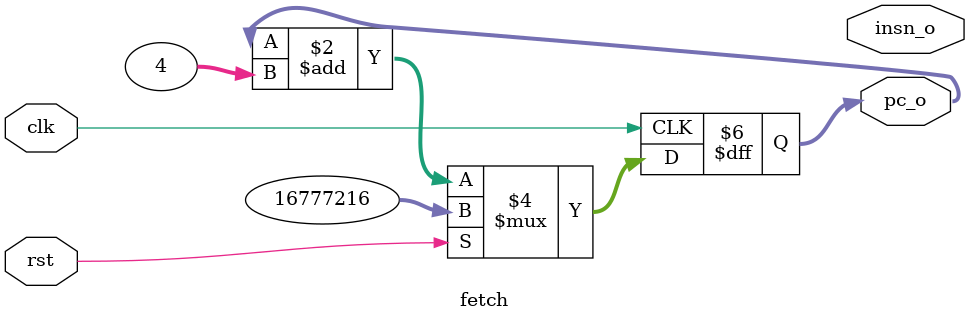
<source format=sv>
/*
 * Module: fetch
 *
 * Description: Fetch stage
 *
 * Inputs:
 * 1) clk
 * 2) rst signal
 *
 * Outputs:
 * 1) AWIDTH wide program counter pc_o
 * 2) DWIDTH wide instruction output insn_o (WIRE FROM MEMORY MOD?)
 */

module fetch #(
    parameter int DWIDTH=32,
    parameter int AWIDTH=32,
    parameter int BASEADDR=32'h01000000
    )(
	// inputs
	input logic clk,
	input logic rst,
	// outputs	
	output logic [AWIDTH - 1:0] pc_o,
    output logic [DWIDTH - 1:0] insn_o
);
    /*
     * Process definitions to be filled by
     * student below...
     */

    always_ff @(posedge clk) begin
        if (rst)
            pc_o <= BASEADDR; //reset to base address
        else
            pc_o <= pc_o + 32'd4; //pc_o increases by 4 bytes because instruction size is 32 bits
    end

endmodule : fetch
				

</source>
